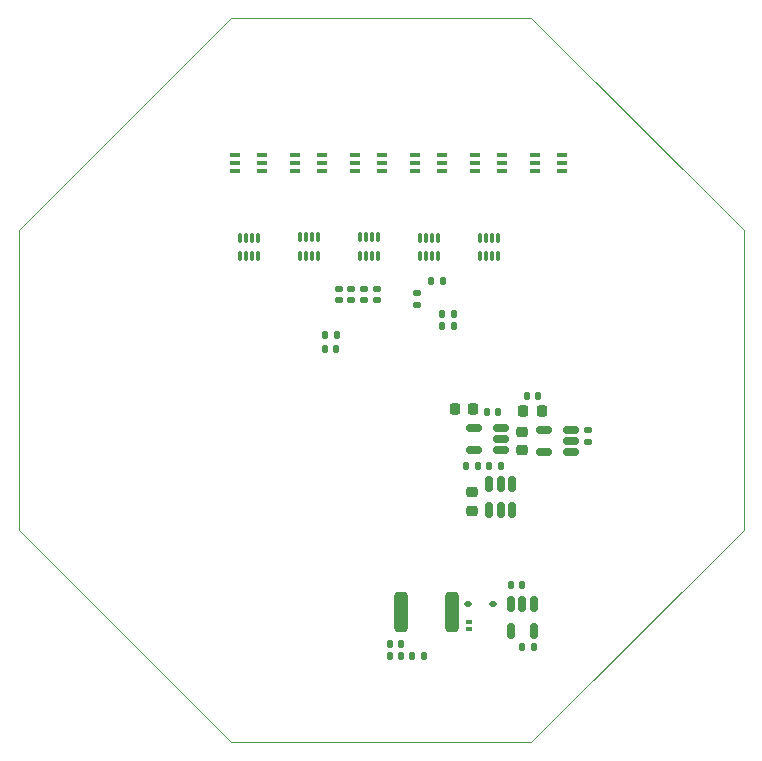
<source format=gbr>
%TF.GenerationSoftware,KiCad,Pcbnew,7.0.1*%
%TF.CreationDate,2023-03-27T17:03:57-04:00*%
%TF.ProjectId,cyton wired,6379746f-6e20-4776-9972-65642e6b6963,rev?*%
%TF.SameCoordinates,Original*%
%TF.FileFunction,Paste,Bot*%
%TF.FilePolarity,Positive*%
%FSLAX46Y46*%
G04 Gerber Fmt 4.6, Leading zero omitted, Abs format (unit mm)*
G04 Created by KiCad (PCBNEW 7.0.1) date 2023-03-27 17:03:57*
%MOMM*%
%LPD*%
G01*
G04 APERTURE LIST*
G04 Aperture macros list*
%AMRoundRect*
0 Rectangle with rounded corners*
0 $1 Rounding radius*
0 $2 $3 $4 $5 $6 $7 $8 $9 X,Y pos of 4 corners*
0 Add a 4 corners polygon primitive as box body*
4,1,4,$2,$3,$4,$5,$6,$7,$8,$9,$2,$3,0*
0 Add four circle primitives for the rounded corners*
1,1,$1+$1,$2,$3*
1,1,$1+$1,$4,$5*
1,1,$1+$1,$6,$7*
1,1,$1+$1,$8,$9*
0 Add four rect primitives between the rounded corners*
20,1,$1+$1,$2,$3,$4,$5,0*
20,1,$1+$1,$4,$5,$6,$7,0*
20,1,$1+$1,$6,$7,$8,$9,0*
20,1,$1+$1,$8,$9,$2,$3,0*%
G04 Aperture macros list end*
%ADD10RoundRect,0.140000X0.140000X0.170000X-0.140000X0.170000X-0.140000X-0.170000X0.140000X-0.170000X0*%
%ADD11RoundRect,0.140000X-0.170000X0.140000X-0.170000X-0.140000X0.170000X-0.140000X0.170000X0.140000X0*%
%ADD12RoundRect,0.010500X0.094500X-0.374500X0.094500X0.374500X-0.094500X0.374500X-0.094500X-0.374500X0*%
%ADD13RoundRect,0.010500X-0.094500X0.374500X-0.094500X-0.374500X0.094500X-0.374500X0.094500X0.374500X0*%
%ADD14RoundRect,0.150000X0.512500X0.150000X-0.512500X0.150000X-0.512500X-0.150000X0.512500X-0.150000X0*%
%ADD15RoundRect,0.147500X-0.147500X-0.172500X0.147500X-0.172500X0.147500X0.172500X-0.147500X0.172500X0*%
%ADD16RoundRect,0.150000X-0.150000X0.512500X-0.150000X-0.512500X0.150000X-0.512500X0.150000X0.512500X0*%
%ADD17RoundRect,0.112500X0.187500X0.112500X-0.187500X0.112500X-0.187500X-0.112500X0.187500X-0.112500X0*%
%ADD18RoundRect,0.225000X0.225000X0.250000X-0.225000X0.250000X-0.225000X-0.250000X0.225000X-0.250000X0*%
%ADD19R,0.850900X0.355600*%
%ADD20R,0.558800X0.304800*%
%ADD21RoundRect,0.135000X-0.135000X-0.185000X0.135000X-0.185000X0.135000X0.185000X-0.135000X0.185000X0*%
%ADD22RoundRect,0.140000X-0.140000X-0.170000X0.140000X-0.170000X0.140000X0.170000X-0.140000X0.170000X0*%
%ADD23RoundRect,0.250000X0.312500X1.450000X-0.312500X1.450000X-0.312500X-1.450000X0.312500X-1.450000X0*%
%ADD24RoundRect,0.225000X0.250000X-0.225000X0.250000X0.225000X-0.250000X0.225000X-0.250000X-0.225000X0*%
%ADD25RoundRect,0.147500X0.147500X0.172500X-0.147500X0.172500X-0.147500X-0.172500X0.147500X-0.172500X0*%
%ADD26RoundRect,0.140000X0.170000X-0.140000X0.170000X0.140000X-0.170000X0.140000X-0.170000X-0.140000X0*%
%TA.AperFunction,Profile*%
%ADD27C,0.101600*%
%TD*%
G04 APERTURE END LIST*
D10*
%TO.C,C26*%
X145818800Y-102260400D03*
X144858800Y-102260400D03*
%TD*%
D11*
%TO.C,C25*%
X136093200Y-99136200D03*
X136093200Y-100096200D03*
%TD*%
D12*
%TO.C,C5*%
X149543200Y-96405600D03*
X149043200Y-96405600D03*
X148543200Y-96405600D03*
X148043200Y-96405600D03*
D13*
X148043200Y-94805600D03*
X148543200Y-94805600D03*
X149043200Y-94805600D03*
X149543200Y-94805600D03*
%TD*%
D14*
%TO.C,U5*%
X155722700Y-111101700D03*
X155722700Y-112051700D03*
X155722700Y-113001700D03*
X153447700Y-113001700D03*
X153447700Y-111101700D03*
%TD*%
D15*
%TO.C,L1*%
X142316200Y-130225800D03*
X143286200Y-130225800D03*
%TD*%
D12*
%TO.C,C4*%
X144463200Y-96405600D03*
X143963200Y-96405600D03*
X143463200Y-96405600D03*
X142963200Y-96405600D03*
D13*
X142963200Y-94805600D03*
X143463200Y-94805600D03*
X143963200Y-94805600D03*
X144463200Y-94805600D03*
%TD*%
D16*
%TO.C,U3*%
X150688000Y-125857000D03*
X151638000Y-125857000D03*
X152588000Y-125857000D03*
X152588000Y-128132000D03*
X150688000Y-128132000D03*
%TD*%
D11*
%TO.C,C20*%
X138252200Y-99136200D03*
X138252200Y-100096200D03*
%TD*%
D17*
%TO.C,D12*%
X149157400Y-125857000D03*
X147057400Y-125857000D03*
%TD*%
D18*
%TO.C,C38*%
X147440100Y-109354600D03*
X145890100Y-109354600D03*
%TD*%
D19*
%TO.C,D4*%
X144849850Y-87843601D03*
X144849850Y-88493600D03*
X144849850Y-89143599D03*
X142576550Y-89143599D03*
X142576550Y-88493600D03*
X142576550Y-87843601D03*
%TD*%
D16*
%TO.C,U4*%
X148839300Y-115633900D03*
X149789300Y-115633900D03*
X150739300Y-115633900D03*
X150739300Y-117908900D03*
X149789300Y-117908900D03*
X148839300Y-117908900D03*
%TD*%
D14*
%TO.C,U6*%
X149783800Y-110893800D03*
X149783800Y-111843800D03*
X149783800Y-112793800D03*
X147508800Y-112793800D03*
X147508800Y-110893800D03*
%TD*%
D20*
%TO.C,D9*%
X147116800Y-127330200D03*
X147116800Y-127965200D03*
%TD*%
D18*
%TO.C,C36*%
X153259500Y-109476100D03*
X151709500Y-109476100D03*
%TD*%
D21*
%TO.C,R13*%
X143889000Y-98501200D03*
X144909000Y-98501200D03*
%TD*%
D22*
%TO.C,C16*%
X140411200Y-130225800D03*
X141371200Y-130225800D03*
%TD*%
D19*
%TO.C,D6*%
X155009850Y-87843601D03*
X155009850Y-88493600D03*
X155009850Y-89143599D03*
X152736550Y-89143599D03*
X152736550Y-88493600D03*
X152736550Y-87843601D03*
%TD*%
D12*
%TO.C,C1*%
X129223200Y-96405600D03*
X128723200Y-96405600D03*
X128223200Y-96405600D03*
X127723200Y-96405600D03*
D13*
X127723200Y-94805600D03*
X128223200Y-94805600D03*
X128723200Y-94805600D03*
X129223200Y-94805600D03*
%TD*%
D23*
%TO.C,F1*%
X145643600Y-126542800D03*
X141368600Y-126542800D03*
%TD*%
D22*
%TO.C,C9*%
X134902000Y-104244200D03*
X135862000Y-104244200D03*
%TD*%
D19*
%TO.C,D3*%
X139769850Y-87843601D03*
X139769850Y-88493600D03*
X139769850Y-89143599D03*
X137496550Y-89143599D03*
X137496550Y-88493600D03*
X137496550Y-87843601D03*
%TD*%
D24*
%TO.C,C30*%
X151592700Y-112796600D03*
X151592700Y-111246600D03*
%TD*%
D22*
%TO.C,C37*%
X148648900Y-109608600D03*
X149608900Y-109608600D03*
%TD*%
D11*
%TO.C,C23*%
X137160000Y-99136200D03*
X137160000Y-100096200D03*
%TD*%
D24*
%TO.C,C29*%
X147325500Y-117939400D03*
X147325500Y-116389400D03*
%TD*%
D12*
%TO.C,C3*%
X139383200Y-96391300D03*
X138883200Y-96391300D03*
X138383200Y-96391300D03*
X137883200Y-96391300D03*
D13*
X137883200Y-94791300D03*
X138383200Y-94791300D03*
X138883200Y-94791300D03*
X139383200Y-94791300D03*
%TD*%
D25*
%TO.C,L2*%
X141378800Y-129235200D03*
X140408800Y-129235200D03*
%TD*%
D10*
%TO.C,C24*%
X145818800Y-101244400D03*
X144858800Y-101244400D03*
%TD*%
D22*
%TO.C,C31*%
X151615200Y-129514600D03*
X152575200Y-129514600D03*
%TD*%
D19*
%TO.C,D1*%
X129609850Y-87843601D03*
X129609850Y-88493600D03*
X129609850Y-89143599D03*
X127336550Y-89143599D03*
X127336550Y-88493600D03*
X127336550Y-87843601D03*
%TD*%
D22*
%TO.C,C28*%
X150678000Y-124231400D03*
X151638000Y-124231400D03*
%TD*%
%TO.C,C34*%
X146896300Y-114180600D03*
X147856300Y-114180600D03*
%TD*%
D10*
%TO.C,C35*%
X152976900Y-108206100D03*
X152016900Y-108206100D03*
%TD*%
D11*
%TO.C,C32*%
X157176000Y-111117100D03*
X157176000Y-112077100D03*
%TD*%
D10*
%TO.C,C33*%
X149786700Y-114129800D03*
X148826700Y-114129800D03*
%TD*%
D12*
%TO.C,C2*%
X134303200Y-96380200D03*
X133803200Y-96380200D03*
X133303200Y-96380200D03*
X132803200Y-96380200D03*
D13*
X132803200Y-94780200D03*
X133303200Y-94780200D03*
X133803200Y-94780200D03*
X134303200Y-94780200D03*
%TD*%
D11*
%TO.C,C22*%
X139344400Y-99136200D03*
X139344400Y-100096200D03*
%TD*%
D26*
%TO.C,C27*%
X142697200Y-100505200D03*
X142697200Y-99545200D03*
%TD*%
D19*
%TO.C,D2*%
X134689850Y-87843601D03*
X134689850Y-88493600D03*
X134689850Y-89143599D03*
X132416550Y-89143599D03*
X132416550Y-88493600D03*
X132416550Y-87843601D03*
%TD*%
D22*
%TO.C,C7*%
X134952800Y-103047800D03*
X135912800Y-103047800D03*
%TD*%
D19*
%TO.C,D5*%
X149929850Y-87843601D03*
X149929850Y-88493600D03*
X149929850Y-89143599D03*
X147656550Y-89143599D03*
X147656550Y-88493600D03*
X147656550Y-87843601D03*
%TD*%
D27*
X170357800Y-94183200D02*
X170357800Y-119557800D01*
X152374600Y-137541000D01*
X126949200Y-137541000D01*
X108991400Y-119583200D01*
X108991400Y-94208600D01*
X126974600Y-76225400D01*
X152400000Y-76225400D01*
X170357800Y-94183200D01*
M02*

</source>
